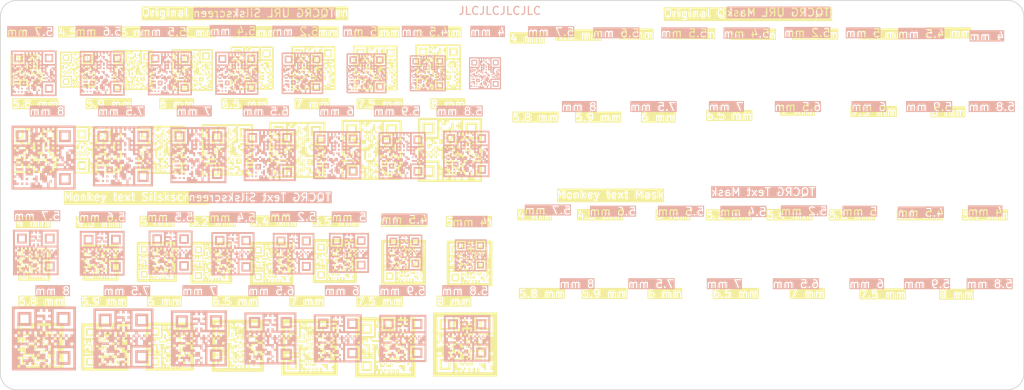
<source format=kicad_pcb>
(kicad_pcb (version 20221018) (generator pcbnew)
  (layers (0 "F.Cu" signal) (31 "B.Cu" signal) (34 "B.Paste" user) (35 "F.Paste" user) (36 "B.SilkS" user "B.Silkscreen") (37 "F.SilkS" user "F.Silkscreen") (38 "B.Mask" user) (39 "F.Mask" user) (44 "Edge.Cuts" user))
  (net 0 "")
  (footprint "LOGO" (layer "F.Cu") (at 76.454 75.7428)
    (fp_text reference "G***" hide)
    (fp_text value "LOGO" hide)
  )
  (footprint "LOGO" (layer "F.Cu") (at 123.4948 62.5348)
    (fp_text reference "G***" hide)
    (fp_text value "LOGO" hide)
  )
  (footprint "LOGO" (layer "F.Cu") (at 175.3108 62.6872)
    (fp_text reference "G***" hide)
    (fp_text value "LOGO" hide)
  )
  (footprint "LOGO" (layer "F.Cu") (at 69.082437 61.7728)
    (fp_text reference "G***" hide)
    (fp_text value "LOGO" hide)
  )
  (footprint "LOGO" (layer "F.Cu") (at 95.982816 51.562)
    (fp_text reference "G***" hide)
    (fp_text value "LOGO" hide)
  )
  (footprint "LOGO" (layer "F.Cu") (at 88.345579 51.562)
    (fp_text reference "G***" hide)
    (fp_text value "LOGO" hide)
  )
  (footprint "LOGO" (layer "F.Cu") (at 140.2588 85.4964)
    (fp_text reference "G***" hide)
    (fp_text value "LOGO" hide)
  )
  (footprint "LOGO" (layer "F.Cu") (at 128.9304 52.324)
    (fp_text reference "G***" hide)
    (fp_text value "LOGO" hide)
  )
  (footprint "LOGO" (layer "F.Cu") (at 61.920693 86.2584)
    (fp_text reference "G***" hide)
    (fp_text value "LOGO" hide)
  )
  (footprint "LOGO" (layer "F.Cu") (at 86.5632 86.2076)
    (fp_text reference "G***" hide)
    (fp_text value "LOGO" hide)
  )
  (footprint "LOGO" (layer "F.Cu") (at 124.5616 85.4456)
    (fp_text reference "G***" hide)
    (fp_text value "LOGO" hide)
  )
  (footprint "LOGO" (layer "F.Cu") (at 140.6144 74.8792)
    (fp_text reference "G***" hide)
    (fp_text value "LOGO" hide)
  )
  (footprint "LOGO" (layer "F.Cu") (at 177.3936 85.4456)
    (fp_text reference "G***" hide)
    (fp_text value "LOGO" hide)
  )
  (footprint "LOGO" (layer "F.Cu") (at 167.1828 85.598)
    (fp_text reference "G***" hide)
    (fp_text value "LOGO" hide)
  )
  (footprint "LOGO" (layer "F.Cu") (at 83.2612 75.8444)
    (fp_text reference "G***" hide)
    (fp_text value "LOGO" hide)
  )
  (footprint "LOGO" (layer "F.Cu") (at 85.270366 61.7728)
    (fp_text reference "G***" hide)
    (fp_text value "LOGO" hide)
  )
  (footprint "LOGO" (layer "F.Cu") (at 165.5572 62.484)
    (fp_text reference "G***" hide)
    (fp_text value "LOGO" hide)
  )
  (footprint "LOGO" (layer "F.Cu") (at 162.814 74.7776)
    (fp_text reference "G***" hide)
    (fp_text value "LOGO" hide)
  )
  (footprint "LOGO" (layer "F.Cu") (at 107.2388 75.7936)
    (fp_text reference "G***" hide)
    (fp_text value "LOGO" hide)
  )
  (footprint "LOGO" (layer "F.Cu") (at 90.7796 75.946)
    (fp_text reference "G***" hide)
    (fp_text value "LOGO" hide)
  )
  (footprint "LOGO" (layer "F.Cu") (at 156.3116 62.2808)
    (fp_text reference "G***" hide)
    (fp_text value "LOGO" hide)
  )
  (footprint "LOGO" (layer "F.Cu") (at 104.957922 86.4108)
    (fp_text reference "G***" hide)
    (fp_text value "LOGO" hide)
  )
  (footprint "LOGO" (layer "F.Cu") (at 148.9964 85.3948)
    (fp_text reference "G***" hide)
    (fp_text value "LOGO" hide)
  )
  (footprint "LOGO" (layer "F.Cu") (at 61.214 61.7728)
    (fp_text reference "G***" hide)
    (fp_text value "LOGO" hide)
  )
  (footprint "LOGO" (layer "F.Cu") (at 131.2164 62.5856)
    (fp_text reference "G***" hide)
    (fp_text value "LOGO" hide)
  )
  (footprint "LOGO" (layer "F.Cu") (at 158.5976 52.3748)
    (fp_text reference "G***" hide)
    (fp_text value "LOGO" hide)
  )
  (footprint "LOGO" (layer "F.Cu") (at 60.198 51.816)
    (fp_text reference "G***" hide)
    (fp_text value "LOGO" hide)
  )
  (footprint "LOGO" (layer "F.Cu") (at 78.115475 86.3092)
    (fp_text reference "G***" hide)
    (fp_text value "LOGO" hide)
  )
  (footprint "LOGO" (layer "F.Cu") (at 61.1632 76.0984)
    (fp_text reference "G***" hide)
    (fp_text value "LOGO" hide)
  )
  (footprint "LOGO" (layer "F.Cu") (at 80.858171 51.816)
    (fp_text reference "G***" hide)
    (fp_text value "LOGO" hide)
  )
  (footprint "LOGO" (layer "F.Cu") (at 73.571284 51.816)
    (fp_text reference "G***" hide)
    (fp_text value "LOGO" hide)
  )
  (footprint "LOGO" (layer "F.Cu") (at 166.624 52.3748)
    (fp_text reference "G***" hide)
    (fp_text value "LOGO" hide)
  )
  (footprint "LOGO" (layer "F.Cu") (at 115.4684 75.946)
    (fp_text reference "G***" hide)
    (fp_text value "LOGO" hide)
  )
  (footprint "LOGO" (layer "F.Cu") (at 111.5568 51.4604)
    (fp_text reference "G***" hide)
    (fp_text value "LOGO" hide)
  )
  (footprint "LOGO" (layer "F.Cu") (at 95.510637 86.4108)
    (fp_text reference "G***" hide)
    (fp_text value "LOGO" hide)
  )
  (footprint "LOGO" (layer "F.Cu") (at 66.634638 51.7652)
    (fp_text reference "G***" hide)
    (fp_text value "LOGO" hide)
  )
  (footprint "LOGO" (layer "F.Cu") (at 147.4216 74.9808)
    (fp_text reference "G***" hide)
    (fp_text value "LOGO" hide)
  )
  (footprint "LOGO" (layer "F.Cu") (at 142.9512 52.6288)
    (fp_text reference "G***" hide)
    (fp_text value "LOGO" hide)
  )
  (footprint "LOGO" (layer "F.Cu") (at 179.6796 74.8284)
    (fp_text reference "G***" hide)
    (fp_text value "LOGO" hide)
  )
  (footprint "LOGO" (layer "F.Cu") (at 171.3992 74.8792)
    (fp_text reference "G***" hide)
    (fp_text value "LOGO" hide)
  )
  (footprint "LOGO" (layer "F.Cu") (at 154.94 75.0824)
    (fp_text reference "G***" hide)
    (fp_text value "LOGO" hide)
  )
  (footprint "LOGO" (layer "F.Cu") (at 93.990277 61.7728)
    (fp_text reference "G***" hide)
    (fp_text value "LOGO" hide)
  )
  (footprint "LOGO" (layer "F.Cu") (at 114.905093 86.0552)
    (fp_text reference "G***" hide)
    (fp_text value "LOGO" hide)
  )
  (footprint "LOGO" (layer "F.Cu") (at 77.051039 61.7728)
    (fp_text reference "G***" hide)
    (fp_text value "LOGO" hide)
  )
  (footprint "LOGO" (layer "F.Cu") (at 158.0388 85.598)
    (fp_text reference "G***" hide)
    (fp_text value "LOGO" hide)
  )
  (footprint "LOGO" (layer "F.Cu") (at 113.03 61.7728)
    (fp_text reference "G***" hide)
    (fp_text value "LOGO" hide)
  )
  (footprint "LOGO" (layer "F.Cu") (at 103.71988 51.562)
    (fp_text reference "G***" hide)
    (fp_text value "LOGO" hide)
  )
  (footprint "LOGO" (layer "F.Cu") (at 147.7264 62.5856)
    (fp_text reference "G***" hide)
    (fp_text value "LOGO" hide)
  )
  (footprint "LOGO" (layer "F.Cu") (at 98.6536 75.6412)
    (fp_text reference "G***" hide)
    (fp_text value "LOGO" hide)
  )
  (footprint "LOGO" (layer "F.Cu") (at 103.260229 61.7728)
    (fp_text reference "G***" hide)
    (fp_text value "LOGO" hide)
  )
  (footprint "LOGO" (layer "F.Cu") (at 122.6312 52.3748)
    (fp_text reference "G***" hide)
    (fp_text value "LOGO" hide)
  )
  (footprint "LOGO" (layer "F.Cu") (at 132.7912 85.5472)
    (fp_text reference "G***" hide)
    (fp_text value "LOGO" hide)
  )
  (footprint "LOGO" (layer "F.Cu") (at 131.7752 74.8284)
    (fp_text reference "G***" hide)
    (fp_text value "LOGO" hide)
  )
  (footprint "LOGO" (layer "F.Cu") (at 150.6728 52.3748)
    (fp_text reference "G***" hide)
    (fp_text value "LOGO" hide)
  )
  (footprint "LOGO" (layer "F.Cu") (at 138.9888 62.5856)
    (fp_text reference "G***" hide)
    (fp_text value "LOGO" hide)
  )
  (footprint "LOGO" (layer "F.Cu") (at 136.0424 52.6288)
    (fp_text reference "G***" hide)
    (fp_text value "LOGO" hide)
  )
  (footprint "LOGO" (layer "F.Cu") (at 123.4948 75.0824)
    (fp_text reference "G***" hide)
    (fp_text value "LOGO" hide)
  )
  (footprint "LOGO" (layer "F.Cu") (at 69.4436 75.8444)
    (fp_text reference "G***" hide)
    (fp_text value "LOGO" hide)
  )
  (footprint "LOGO" (layer "F.Cu") (at 69.96788 86.36)
    (fp_text reference "G***" hide)
    (fp_text value "LOGO" hide)
  )
  (footprint "LOGO" (layer "F.Cu") (at 175.006 52.2732)
    (fp_text reference "G***" hide)
    (fp_text value "LOGO" hide)
  )
  (footprint "LOGO" (layer "B.Cu") (at 147.0152 61.8744 180)
    (fp_text reference "G***" hide)
    (fp_text value "LOGO" hide)
  )
  (footprint "LOGO" (layer "B.Cu") (at 149.7076 74.0156 180)
    (fp_text reference "G***" hide)
    (fp_text value "LOGO" hide)
  )
  (footprint "LOGO" (layer "B.Cu") (at 117.3988 52.2224 180)
    (fp_text reference "G***" hide)
    (fp_text value "LOGO" hide)
  )
  (footprint "LOGO" (layer "B.Cu") (at 150.0124 51.6636 180)
    (fp_text reference "G***" hide)
    (fp_text value "LOGO" hide)
  )
  (footprint "LOGO" (layer "B.Cu") (at 78.094267 52.2224 180)
    (fp_text reference "G***" hide)
    (fp_text value "LOGO" hide)
  )
  (footprint "LOGO" (layer "B.Cu") (at 90.622626 85.2932 180)
    (fp_text reference "G***" hide)
    (fp_text value "LOGO" hide)
  )
  (footprint "LOGO" (layer "B.Cu") (at 171.8056 73.7108 180)
    (fp_text reference "G***" hide)
    (fp_text value "LOGO" hide)
  )
  (footprint "LOGO" (layer "B.Cu") (at 90.54843 62.4332 180)
    (fp_text reference "G***" hide)
    (fp_text value "LOGO" hide)
  )
  (footprint "LOGO" (layer "B.Cu") (at 141.9352 73.8632 180)
    (fp_text reference "G***" hide)
    (fp_text value "LOGO" hide)
  )
  (footprint "LOGO" (layer "B.Cu") (at 157.5308 51.562 180)
    (fp_text reference "G***" hide)
    (fp_text value "LOGO" hide)
  )
  (footprint "LOGO" (layer "B.Cu") (at 85.9536 74.7268 180)
    (fp_text reference "G***" hide)
    (fp_text value "LOGO" hide)
  )
  (footprint "LOGO" (layer "B.Cu") (at 69.6468 74.676 180)
    (fp_text reference "G***" hide)
    (fp_text value "LOGO" hide)
  )
  (footprint "LOGO" (layer "B.Cu") (at 94.626798 52.2224 180)
    (fp_text reference "G***" hide)
    (fp_text value "LOGO" hide)
  )
  (footprint "LOGO" (layer "B.Cu") (at 127.8128 85.09 180)
    (fp_text reference "G***" hide)
    (fp_text value "LOGO" hide)
  )
  (footprint "LOGO" (layer "B.Cu") (at 110.258217 52.2224 180)
    (fp_text reference "G***" hide)
    (fp_text value "LOGO" hide)
  )
  (footprint "LOGO" (layer "B.Cu") (at 69.65326 52.2224 180)
    (fp_text reference "G***" hide)
    (fp_text value "LOGO" hide)
  )
  (footprint "LOGO" (layer "B.Cu") (at 61.1124 52.2224 180)
    (fp_text reference "G***" hide)
    (fp_text value "LOGO" hide)
  )
  (footprint "LOGO" (layer "B.Cu") (at 180.0352 51.4604 180)
    (fp_text reference "G***" hide)
    (fp_text value "LOGO" hide)
  )
  (footprint "LOGO" (layer "B.Cu") (at 125.1204 73.8632 180)
    (fp_text reference "G***" hide)
    (fp_text value "LOGO" hide)
  )
  (footprint "LOGO" (layer "B.Cu") (at 107.3404 74.5744 180)
    (fp_text reference "G***" hide)
    (fp_text value "LOGO" hide)
  )
  (footprint "LOGO" (layer "B.Cu") (at 156.2608 84.7344 180)
    (fp_text reference "G***" hide)
    (fp_text value "LOGO" hide)
  )
  (footprint "LOGO" (layer "B.Cu") (at 115.1636 85.2932 180)
    (fp_text reference "G***" hide)
    (fp_text value "LOGO" hide)
  )
  (footprint "LOGO" (layer "B.Cu") (at 164.592 61.8744 180)
    (fp_text reference "G***" hide)
    (fp_text value "LOGO" hide)
  )
  (footprint "LOGO" (layer "B.Cu") (at 164.592 51.562 180)
    (fp_text reference "G***" hide)
    (fp_text value "LOGO" hide)
  )
  (footprint "LOGO" (layer "B.Cu") (at 180.086 74.0664 180)
    (fp_text reference "G***" hide)
    (fp_text value "LOGO" hide)
  )
  (footprint "LOGO" (layer "B.Cu") (at 115.062 62.2808 180)
    (fp_text reference "G***" hide)
    (fp_text value "LOGO" hide)
  )
  (footprint "LOGO" (layer "B.Cu") (at 179.7304 61.722 180)
    (fp_text reference "G***" hide)
    (fp_text value "LOGO" hide)
  )
  (footprint "LOGO" (layer "B.Cu") (at 98.953157 62.4332 180)
    (fp_text reference "G***" hide)
    (fp_text value "LOGO" hide)
  )
  (footprint "LOGO" (layer "B.Cu") (at 147.5232 84.9884 180)
    (fp_text reference "G***" hide)
    (fp_text value "LOGO" hide)
  )
  (footprint "LOGO" (layer "B.Cu") (at 125.5776 52.1716 180)
    (fp_text reference "G***" hide)
    (fp_text value "LOGO" hide)
  )
  (footprint "LOGO" (layer "B.Cu") (at 100.4316 74.6252 180)
    (fp_text reference "G***" hide)
    (fp_text value "LOGO" hide)
  )
  (footprint "LOGO" (layer "B.Cu") (at 78.1812 74.5744 180)
    (fp_text reference "G***" hide)
    (fp_text value "LOGO" hide)
  )
  (footprint "LOGO" (layer "B.Cu") (at 133.7564 51.8668 180)
    (fp_text reference "G***" hide)
    (fp_text value "LOGO" hide)
  )
  (footprint "LOGO" (layer "B.Cu") (at 62.3824 85.2932 180)
    (fp_text reference "G***" hide)
    (fp_text value "LOGO" hide)
  )
  (footprint "LOGO" (layer "B.Cu") (at 86.435447 52.2224 180)
    (fp_text reference "G***" hide)
    (fp_text value "LOGO" hide)
  )
  (footprint "LOGO" (layer "B.Cu") (at 137.5156 62.0268 180)
    (fp_text reference "G***" hide)
    (fp_text value "LOGO" hide)
  )
  (footprint "LOGO" (layer "B.Cu") (at 81.709126 85.2932 180)
    (fp_text reference "G***" hide)
    (fp_text value "LOGO" hide)
  )
  (footprint "LOGO" (layer "B.Cu") (at 164.1856 73.914 180)
    (fp_text reference "G***" hide)
    (fp_text value "LOGO" hide)
  )
  (footprint "LOGO" (layer "B.Cu") (at 155.956 61.8744 180)
    (fp_text reference "G***" hide)
    (fp_text value "LOGO" hide)
  )
  (footprint "LOGO" (layer "B.Cu") (at 81.643119 62.4332 180)
    (fp_text reference "G***" hide)
    (fp_text value "LOGO" hide)
  )
  (footprint "LOGO" (layer "B.Cu") (at 142.1384 51.6128 180)
    (fp_text reference "G***" hide)
    (fp_text value "LOGO" hide)
  )
  (footprint "LOGO" (layer "B.Cu") (at 72.295771 85.2932 180)
    (fp_text reference "G***" hide)
    (fp_text value "LOGO" hide)
  )
  (footprint "LOGO" (layer "B.Cu") (at 172.5676 84.328 180)
    (fp_text reference "G***" hide)
    (fp_text value "LOGO" hide)
  )
  (footprint "LOGO" (layer "B.Cu") (at 62.3316 62.738 180)
    (fp_text reference "G***" hide)
    (fp_text value "LOGO" hide)
  )
  (footprint "LOGO" (layer "B.Cu") (at 164.846 84.4296 180)
    (fp_text reference "G***" hide)
    (fp_text value "LOGO" hide)
  )
  (footprint "LOGO" (layer "B.Cu") (at 133.4008 73.9648 180)
    (fp_text reference "G***" hide)
    (fp_text value "LOGO" hide)
  )
  (footprint "LOGO" (layer "B.Cu") (at 157.2768 74.0156 180)
    (fp_text reference "G***" hide)
    (fp_text value "LOGO" hide)
  )
  (footprint "LOGO" (layer "B.Cu") (at 138.5316 85.1916 180)
    (fp_text reference "G***" hide)
    (fp_text value "LOGO" hide)
  )
  (footprint "LOGO" (layer "B.Cu") (at 107.149619 85.2932 180)
    (fp_text reference "G***" hide)
    (fp_text value "LOGO" hide)
  )
  (footprint "LOGO" (layer "B.Cu") (at 172.0088 61.9252 180)
    (fp_text reference "G***" hide)
    (fp_text value "LOGO" hide)
  )
  (footprint "LOGO" (layer "B.Cu") (at 72.237267 62.5856 180)
    (fp_text reference "G***" hide)
    (fp_text value "LOGO" hide)
  )
  (footprint "LOGO" (layer "B.Cu") (at 107.057659 62.484 180)
    (fp_text reference "G***" hide)
    (fp_text value "LOGO" hide)
  )
  (footprint "LOGO" (layer "B.Cu") (at 99.03611 85.2932 180)
    (fp_text reference "G***" hide)
    (fp_text value "LOGO" hide)
  )
  (footprint "LOGO" (layer "B.Cu") (at 171.7548 51.4604 180)
    (fp_text reference "G***" hide)
    (fp_text value "LOGO" hide)
  )
  (footprint "LOGO" (layer "B.Cu") (at 180.594 84.1248 180)
    (fp_text reference "G***" hide)
    (fp_text value "LOGO" hide)
  )
  (footprint "LOGO" (layer "B.Cu") (at 115.6208 74.93 180)
    (fp_text reference "G***" hide)
    (fp_text value "LOGO" hide)
  )
  (footprint "LOGO" (layer "B.Cu") (at 93.5228 74.7268 180)
    (fp_text reference "G***" hide)
    (fp_text value "LOGO" hide)
  )
  (footprint "LOGO" (layer "B.Cu") (at 102.617628 52.2224 180)
    (fp_text reference "G***" hide)
    (fp_text value "LOGO" hide)
  )
  (footprint "LOGO" (layer "B.Cu") (at 127 62.1792 180)
    (fp_text reference "G***" hide)
    (fp_text value "LOGO" hide)
  )
  (footprint "LOGO" (layer "B.Cu") (at 61.3664 74.5744 180)
    (fp_text reference "G***" hide)
    (fp_text value "LOGO" hide)
  )
  (gr_arc (start 182.6072 43.1292) (mid 184.021414 43.714986) (end 184.6072 45.1292) (stroke (width 0.1)) (layer "Edge.Cuts"))
  (gr_arc (start 184.6072 89.694) (mid 184.021414 91.108214) (end 182.6072 91.694) (stroke (width 0.1)) (layer "Edge.Cuts"))
  (gr_line (start 184.6072 45.1292) (end 184.6072 89.694) (stroke (width 0.1)) (layer "Edge.Cuts"))
  (gr_arc (start 58.9468 91.694) (mid 57.532586 91.108214) (end 56.9468 89.694) (stroke (width 0.1)) (layer "Edge.Cuts"))
  (gr_arc (start 56.9468 45.1292) (mid 57.532586 43.714986) (end 58.9468 43.1292) (stroke (width 0.1)) (layer "Edge.Cuts"))
  (gr_line (start 56.9468 89.694) (end 56.9468 45.1292) (stroke (width 0.1)) (layer "Edge.Cuts"))
  (gr_line (start 58.9468 43.1292) (end 182.6072 43.1292) (stroke (width 0.1)) (layer "Edge.Cuts"))
  (gr_line (start 182.6072 91.694) (end 58.9468 91.694) (stroke (width 0.1)) (layer "Edge.Cuts"))
  (gr_text "5.4 mm" (at 88.9 47.5488) (layer "B.SilkS" knockout) (effects (font (size 1 1) (thickness 0.153)) (justify left bottom mirror)))
  (gr_text "5.9 mm" (at 109.394459 57.5564) (layer "B.SilkS" knockout) (effects (font (size 1 1) (thickness 0.153)) (justify left bottom mirror)))
  (gr_text "7 mm" (at 84.074 79.9592) (layer "B.SilkS" knockout) (effects (font (size 1 1) (thickness 0.153)) (justify left bottom mirror)))
  (gr_text "4.5 mm" (at 112.8776 47.6504) (layer "B.SilkS" knockout) (effects (font (size 1 1) (thickness 0.153)) (justify left bottom mirror)))
  (gr_text "5.5 mm" (at 81.1276 70.7644) (layer "B.SilkS" knockout) (effects (font (size 1 1) (thickness 0.153)) (justify left bottom mirror)))
  (gr_text "4 mm" (at 119.9896 47.6504) (layer "B.SilkS" knockout) (effects (font (size 1 1) (thickness 0.153)) (justify left bottom mirror)))
  (gr_text "5.8 mm" (at 117.217659 57.5564) (layer "B.SilkS" knockout) (effects (font (size 1 1) (thickness 0.153)) (justify left bottom mirror)))
  (gr_text "5.8 mm" (at 183.3372 79.0956) (layer "B.SilkS" knockout) (effects (font (size 1 1) (thickness 0.153)) (justify left bottom mirror)))
  (gr_text "7.5 mm" (at 75.692 79.9592) (layer "B.SilkS" knockout) (effects (font (size 1 1) (thickness 0.153)) (justify left bottom mirror)))
  (gr_text "7 mm" (at 149.5044 79.0956) (layer "B.SilkS" knockout) (effects (font (size 1 1) (thickness 0.153)) (justify left bottom mirror)))
  (gr_text "6 mm" (at 167.542314 56.9976) (layer "B.SilkS" knockout) (effects (font (size 1 1) (thickness 0.153)) (justify left bottom mirror)))
  (gr_text "7 mm" (at 83.384859 57.5564) (layer "B.SilkS" knockout) (effects (font (size 1 1) (thickness 0.153)) (justify left bottom mirror)))
  (gr_text "6 mm" (at 167.2844 79.0956) (layer "B.SilkS" knockout) (effects (font (size 1 1) (thickness 0.153)) (justify left bottom mirror)))
  (gr_text "6.5 mm" (at 93.726 79.9592) (layer "B.SilkS" knockout) (effects (font (size 1 1) (thickness 0.153)) (justify left bottom mirror)))
  (gr_text "8 mm" (at 65.7352 79.9592) (layer "B.SilkS" knockout) (effects (font (size 1 1) (thickness 0.153)) (justify left bottom mirror)))
  (gr_text "5.9 mm" (at 175.771914 56.9976) (layer "B.SilkS" knockout) (effects (font (size 1 1) (thickness 0.153)) (justify left bottom mirror)))
  (gr_text "JLCJLCJLCJLC" (at 113.9952 45.0088) (layer "B.SilkS") (effects (font (size 1 1) (thickness 0.153)) (justify left bottom)))
  (gr_text "TQCRG Text Silskscreen" (at 98.298 68.2752) (layer "B.SilkS" knockout) (effects (font (size 1 1) (thickness 0.153)) (justify left bottom mirror)))
  (gr_text "6.5 mm" (at 159.414314 56.9976) (layer "B.SilkS" knockout) (effects (font (size 1 1) (thickness 0.153)) (justify left bottom mirror)))
  (gr_text "5.5 mm" (at 144.8308 70.0532) (layer "B.SilkS" knockout) (effects (font (size 1 1) (thickness 0.153)) (justify left bottom mirror)))
  (gr_text "5 mm" (at 104.0892 47.5996) (layer "B.SilkS" knockout) (effects (font (size 1 1) (thickness 0.153)) (justify left bottom mirror)))
  (gr_text "5.8 mm" (at 117.9068 79.9592) (layer "B.SilkS" knockout) (effects (font (size 1 1) (thickness 0.153)) (justify left bottom mirror)))
  (gr_text "8 mm" (at 131.423514 56.9976) (layer "B.SilkS" knockout) (effects (font (size 1 1) (thickness 0.153)) (justify left bottom mirror)))
  (gr_text "5.6 mm" (at 136.7536 47.8028) (layer "B.SilkS" knockout) (effects (font (size 1 1) (thickness 0.153)) (justify left bottom mirror)))
  (gr_text "4.5 mm" (at 174.8028 47.9044) (layer "B.SilkS" knockout) (effects (font (size 1 1) (thickness 0.153)) (justify left bottom mirror)))
  (gr_text "4 mm" (at 182.2704 48.2092) (layer "B.SilkS" knockout) (effects (font (size 1 1) (thickness 0.153)) (justify left bottom mirror)))
  (gr_text "5.6 mm" (at 72.644 70.7644) (layer "B.SilkS" knockout) (effects (font (size 1 1) (thickness 0.153)) (justify left bottom mirror)))
  (gr_text "5.2 mm" (at 96.7232 47.5996) (layer "B.SilkS" knockout) (effects (font (size 1 1) (thickness 0.153)) (justify left bottom mirror)))
  (gr_text "5.2 mm" (at 96.4692 70.7136) (layer "B.SilkS" knockout) (effects (font (size 1 1) (thickness 0.153)) (justify left bottom mirror)))
  (gr_text "4.5 mm" (at 110.3376 71.0692) (layer "B.SilkS" knockout) (effects (font (size 1 1) (thickness 0.153)) (justify left bottom mirror)))
  (gr_text "8 mm" (at 65.046059 57.5564) (layer "B.SilkS" knockout) (effects (font (size 1 1) (thickness 0.153)) (justify left bottom mirror)))
  (gr_text "5.7 mm" (at 64.516 70.612) (layer "B.SilkS" knockout) (effects (font (size 1 1) (thickness 0.153)) (justify left bottom mirror)))
  (gr_text "5 mm" (at 102.7176 70.7644) (layer "B.SilkS" knockout) (effects (font (size 1 1) (thickness 0.153)) (justify left bottom mirror)))
  (gr_text "7.5 mm" (at 141.380314 56.9976) (layer "B.SilkS" knockout) (effects (font (size 1 1) (thickness 0.153)) (justify left bottom mirror)))
  (gr_text "5.8 mm" (at 183.595114 56.9976) (layer "B.SilkS" knockout) (effects (font (size 1 1) (thickness 0.153)) (justify left bottom mirror)))
  (gr_text "5.4 mm" (at 153.0096 47.8536) (layer "B.SilkS" knockout) (effects (font (size 1 1) (thickness 0.153)) (justify left bottom mirror)))
  (gr_text "7.5 mm" (at 75.002859 57.5564) (layer "B.SilkS" knockout) (effects (font (size 1 1) (thickness 0.153)) (justify left bottom mirror)))
  (gr_text "5.7 mm" (at 128.6256 47.6504) (layer "B.SilkS" knockout) (effects (font (size 1 1) (thickness 0.153)) (justify left bottom mirror)))
  (gr_text "TQCRG Text Mask" (at 158.6992 67.6148) (layer "B.SilkS" knockout) (effects (font (size 1 1) (thickness 0.153)) (justify left bottom mirror)))
  (gr_text "5.9 mm" (at 175.514 79.0956) (layer "B.SilkS" knockout) (effects (font (size 1 1) (thickness 0.153)) (justify left bottom mirror)))
  (gr_text "6 mm" (at 101.854 79.9592) (layer "B.SilkS" knockout) (effects (font (size 1 1) (thickness 0.153)) (justify left bottom mirror)))
  (gr_text "TQCRG URL Mask" (at 160.4772 45.212) (layer "B.SilkS" knockout) (effects (font (size 1 1) (thickness 0.153)) (justify left bottom mirror)))
  (gr_text "5.2 mm" (at 160.5788 47.752) (layer "B.SilkS" knockout) (effects (font (size 1 1) (thickness 0.153)) (justify left bottom mirror)))
  (gr_text "5.5 mm" (at 145.2372 47.8028) (layer "B.SilkS" knockout) (effects (font (size 1 1) (thickness 0.153)) (justify left bottom mirror)))
  (gr_text "5.4 mm" (at 152.6032 70.104) (layer "B.SilkS" knockout) (effects (font (size 1 1) (thickness 0.153)) (justify left bottom mirror)))
  (gr_text "6.5 mm" (at 93.036859 57.5564) (layer "B.SilkS" knockout) (effects (font (size 1 1) (thickness 0.153)) (justify left bottom mirror)))
  (gr_text "5.9 mm" (at 110.0836 79.9592) (layer "B.SilkS" knockout) (effects (font (size 1 1) (thickness 0.153)) (justify left bottom mirror)))
  (gr_text "5.6 mm" (at 136.3472 70.0532) (layer "B.SilkS" knockout) (effects (font (size 1 1) (thickness 0.153)) (justify left bottom mirror)))
  (gr_text "5 mm" (at 166.8272 47.8028) (layer "B.SilkS" knockout) (effects (font (size 1 1) (thickness 0.153)) (justify left bottom mirror)))
  (gr_text "4 mm" (at 117.8052 71.374) (layer "B.SilkS" knockout) (effects (font (size 1 1) (thickness 0.153)) (justify left bottom mirror)))
  (gr_text "7 mm" (at 149.762314 56.9976) (layer "B.SilkS" knockout) (effects (font (size 1 1) (thickness 0.153)) (justify left bottom mirror)))
  (gr_text "8 mm" (at 131.1656 79.0956) (layer "B.SilkS" knockout) (effects (font (size 1 1) (thickness 0.153)) (justify left bottom mirror)))
  (gr_text "6.5 mm" (at 159.1564 79.0956) (layer "B.SilkS" knockout) (effects (font (size 1 1) (thickness 0.153)) (justify left bottom mirror)))
  (gr_text "5 mm" (at 166.4208 70.0532) (layer "B.SilkS" knockout) (effects (font (size 1 1) (thickness 0.153)) (justify left bottom mirror)))
  (gr_text "4 mm" (at 182.0672 70.0532) (layer "B.SilkS" knockout) (effects (font (size 1 1) (thickness 0.153)) (justify left bottom mirror)))
  (gr_text "5.2 mm" (at 160.1724 70.0024) (layer "B.SilkS" knockout) (effects (font (size 1 1) (thickness 0.153)) (justify left bottom mirror)))
  (gr_text "5.7 mm" (at 128.2192 69.9008) (layer "B.SilkS" knockout) (effects (font (size 1 1) (thickness 0.153)) (justify left bottom mirror)))
  (gr_text "5.6 mm" (at 72.1868 47.5996) (layer "B.SilkS" knockout) (effects (font (size 1 1) (thickness 0.153)) (justify left bottom mirror)))
  (gr_text "6 mm" (at 101.164859 57.5564) (layer "B.SilkS" knockout) (effects (font (size 1 1) (thickness 0.153)) (justify left bottom mirror)))
  (gr_text "5.5 mm" (at 80.264 47.6504) (layer "B.SilkS" knockout) (effects (font (size 1 1) (thickness 0.153)) (justify left bottom mirror)))
  (gr_text "5.4 mm" (at 88.9 70.8152) (layer "B.SilkS" knockout) (effects (font (size 1 1) (thickness 0.153)) (justify left bottom mirror)))
  (gr_text "5.7 mm" (at 63.6524 47.6504) (layer "B.SilkS" knockout) (effects (font (size 1 1) (thickness 0.153)) (justify left bottom mirror)))
  (gr_text "7.5 mm" (at 141.1224 79.0956) (layer "B.SilkS" knockout) (effects (font (size 1 1) (thickness 0.153)) (justify left bottom mirror)))
  (gr_text "TQCRG URL Silskscreen" (at 98.7552 45.3136) (layer "B.SilkS" knockout) (effects (font (size 1 1) (thickness 0.153)) (justify left bottom mirror)))
  (gr_text "4.5 mm" (at 174.752 70.2056) (layer "B.SilkS" knockout) (effects (font (size 1 1) (thickness 0.153)) (justify left bottom mirror)))
  (gr_text "6.5 mm" (at 144.8816 58.1152) (layer "F.SilkS" knockout) (effects (font (size 1 1) (thickness 0.153)) (justify left bottom)))
  (gr_text "Original QR_code URL Silskscreen" (at 74.4728 45.212) (layer "F.SilkS" knockout) (effects (font (size 1 1) (thickness 0.153)) (justify left bottom)))
  (gr_text "7 mm" (at 93.575657 56.642) (layer "F.SilkS" knockout) (effects (font (size 1 1) (thickness 0.153)) (justify left bottom)))
  (gr_text "4.5 mm" (at 66.2432 71.4756) (layer "F.SilkS" knockout) (effects (font (size 1 1) (thickness 0.153)) (justify left bottom)))
  (gr_text "5.2 mm" (at 144.8308 70.5104) (layer "F.SilkS" knockout) (effects (font (size 1 1) (thickness 0.153)) (justify left bottom)))
  (gr_text "5.9 mm" (at 129.3368 80.3148) (layer "F.SilkS" knockout) (effects (font (size 1 1) (thickness 0.153)) (justify left bottom)))
  (gr_text "6 mm" (at 76.661314 56.642) (layer "F.SilkS" knockout) (effects (font (size 1 1) (thickness 0.153)) (justify left bottom)))
  (gr_text "5.7 mm" (at 108.6104 47.7012) (layer "F.SilkS" knockout) (effects (font (size 1 1) (thickness 0.153)) (justify left bottom)))
  (gr_text "5.4 mm" (at 88.0364 71.3232) (layer "F.SilkS" knockout) (effects (font (size 1 1) (thickness 0.153)) (justify left bottom)))
  (gr_text "7 mm" (at 92.9132 81.28) (layer "F.SilkS" knockout) (effects (font (size 1 1) (thickness 0.153)) (justify left bottom)))
  (gr_text "4 mm" (at 121.3104 70.5104) (layer "F.SilkS" knockout) (effects (font (size 1 1) (thickness 0.153)) (justify left bottom)))
  (gr_text "6 mm" (at 137.5664 80.3148) (layer "F.SilkS" knockout) (effects (font (size 1 1) (thickness 0.153)) (justify left bottom)))
  (gr_text "5.9 mm" (at 128.524 58.3184) (layer "F.SilkS" knockout) (effects (font (size 1 1) (thickness 0.153)) (justify left bottom)))
  (gr_text "5.4 mm" (at 85.614482 47.7012) (layer "F.SilkS" knockout) (effects (font (size 1 1) (thickness 0.153)) (justify left bottom)))
  (gr_text "5.7 mm" (at 172.212 47.8028) (layer "F.SilkS" knockout) (effects (font (size 1 1) (thickness 0.153)) (justify left bottom)))
  (gr_text "5.7 mm" (at 176.784 70.5104) (layer "F.SilkS" knockout) (effects (font (size 1 1) (thickness 0.153)) (justify left bottom)))
  (gr_text "7.5 mm" (at 162.9156 57.6072) (layer "F.SilkS" knockout) (effects (font (size 1 1) (thickness 0.153)) (justify left bottom)))
  (gr_text "4.5 mm" (at 126.0856 48.1076) (layer "F.SilkS" knockout) (effects (font (size 1 1) (thickness 0.153)) (justify left bottom)))
  (gr_text "7.5 mm" (at 101.318543 56.642) (layer "F.SilkS" knockout) (effects (font (size 1 1) (thickness 0.153)) (justify left bottom)))
  (gr_text "5.4 mm" (at 147.828 48.006) (layer "F.SilkS" knockout) (effects (font (size 1 1) (thickness 0.153)) (justify left bottom)))
  (gr_text "5 mm" (at 74.2188 71.3232) (layer "F.SilkS" knockout) (effects (font (size 1 1) (thickness 0.153)) (justify left bottom)))
  (gr_text "4 mm" (at 58.7756 71.4756) (layer "F.SilkS" knockout) (effects (font (size 1 1) (thickness 0.153)) (justify left bottom)))
  (gr_text "Monkey text Silskscreen" (at 64.7192 68.2244) (layer "F.SilkS" knockout) (effects (font (size 1 1) (thickness 0.153)) (justify left bottom)))
  (gr_text "5.6 mm" (at 100.945094 47.7012) (layer "F.SilkS" knockout) (effects (font (size 1 1) (thickness 0.153)) (justify left bottom)))
  (gr_text "4.5 mm" (at 64.047135 47.7012) (layer "F.SilkS" knockout) (effects (font (size 1 1) (thickness 0.153)) (justify left bottom)))
  (gr_text "6.5 mm" (at 145.6944 80.3148) (layer "F.SilkS" knockout) (effects (font (size 1 1) (thickness 0.153)) (justify left bottom)))
  (gr_text "6.5 mm" (at 83.2612 81.28) (layer "F.SilkS" knockout) (effects (font (size 1 1) (thickness 0.153)) (justify left bottom)))
  (gr_text "Original QR_code URL Mask" (at 139.5984 45.3136) (layer "F.SilkS" knockout) (effects (font (size 1 1) (thickness 0.153)) (justify left bottom)))
  (gr_text "4 mm" (at 120.396 48.4632) (layer "F.SilkS" knockout) (effects (font (size 1 1) (thickness 0.153)) (justify left bottom)))
  (gr_text "8 mm" (at 173.9392 80.4164) (layer "F.SilkS" knockout) (effects (font (size 1 1) (thickness 0.153)) (justify left bottom)))
  (gr_text "5.8 mm" (at 59.0804 81.28) (layer "F.SilkS" knockout) (effects (font (size 1 1) (thickness 0.153)) (justify left bottom)))
  (gr_text "8 mm" (at 110.49 56.642) (layer "F.SilkS" knockout) (effects (font (size 1 1) (thickness 0.153)) (justify left bottom)))
  (gr_text "5.9 mm" (at 66.9036 81.28) (layer "F.SilkS" knockout) (effects (font (size 1 1) (thickness 0.153)) (justify left bottom)))
  (gr_text "5.2 mm" (at 80.4672 71.3232) (layer "F.SilkS" knockout) (effects (font (size 1 1) (thickness 0.153)) (justify left bottom)))
  (gr_text "5.5 mm" (at 95.8088 71.3232) (layer "F.SilkS" knockout) (effects (font (size 1 1) (thickness 0.153)) (justify left bottom)))
  (gr_text "7 mm" (at 154.1272 57.4548) (layer "F.SilkS" knockout) (effects (font (size 1 1) (thickness 0.153)) (justify left bottom)))
  (gr_text "5.5 mm" (at 93.279788 47.7012) (layer "F.SilkS" knockout) (effects (font (size 1 1) (thickness 0.153)) (justify left bottom)))
  (gr_text "5.4 mm" (at 152.4 70.5104) (layer "F.SilkS" knockout) (effects (font (size 1 1) (thickness 0.153)) (justify left bottom)))
  (gr_text "5 mm" (at 134.0104 47.9552) (layer "F.SilkS" knockout) (effects (font (size 1 1) (thickness 0.153)) (justify left bottom)))
  (gr_text "7.5 mm" (at 101.2952 81.28) (layer "F.SilkS" knockout) (effects (font (size 1 1) (thickness 0.153)) (justify left bottom)))
  (gr_text "5.8 mm" (at 58.3184 56.642) (layer "F.SilkS" knockout) (effects (font (size 1 1) (thickness 0.153)) (justify left bottom)))
  (gr_text "8 mm" (at 172.8724 57.658) (layer "F.SilkS" knockout) (effects (font (size 1 1) (thickness 0.153)) (justify left bottom)))
  (gr_text "4 mm" (at 57.8104 47.7012) (layer "F.SilkS" knockout) (effects (font (size 1 1) (thickness 0.153)) (justify left bottom)))
  (gr_text "6 mm" (at 75.1332 81.28) (layer "F.SilkS" knockout) (effects (font (size 1 1) (thickness 0.153)) (justify left bottom)))
  (gr_text "5.2 mm" (at 77.949176 47.7012) (layer "F.SilkS" knockout) (effects (font (size 1 1) (thickness 0.153)) (justify left bottom)))
  (gr_text "6 mm" (at 136.7536 58.3184) (layer "F.SilkS" knockout) (effects (font (size 1 1) (thickness 0.153)) (justify left bottom)))
  (gr_text "5.7 mm" (at 112.4204 71.3232) (layer "F.SilkS" knockout) (effects (font (size 1 1) (thickness 0.153)) (justify left bottom)))
  (gr_text "5.5 mm" (at 155.6004 47.9552) (layer "F.SilkS" knockout) (effects (font (size 1 1) (thickness 0.153)) (justify left bottom)))
  (gr_text "7 mm" (at 155.3464 80.3148) (layer "F.SilkS" knockout) (effects (font (size 1 1) (thickness 0.153)) (justify left bottom)))
  (gr_text "5 mm" (at 138.5824 70.5104) (layer "F.SilkS" knockout) (effects (font (size 1 1) (thickness 0.153)) (justify left bottom)))
  (gr_text "Monkey text Mask" (at 126.238 67.9196) (layer "F.SilkS" knockout) (effects (font (size 1 1) (thickness 0.153)) (justify left bottom)))
  (gr_text "8 mm" (at 111.252 81.28) (layer "F.SilkS" knockout) (effects (font (size 1 1) (thickness 0.153)) (justify left bottom)))
  (gr_text "7.5 mm" (at 164.0332 80.3656) (layer "F.SilkS" knockout) (effects (font (size 1 1) (thickness 0.153)) (justify left bottom)))
  (gr_text "5.9 mm" (at 67.489857 56.642) (layer "F.SilkS" knockout) (effects (font (size 1 1) (thickness 0.153)) (justify left bottom)))
  (gr_text "5.6 mm" (at 164.084 47.9552) (layer "F.SilkS" knockout) (effects (font (size 1 1) (thickness 0.153)) (justify left bottom)))
  (gr_text "5 mm" (at 71.712441 47.7012) (layer "F.SilkS" knockout) (effects (font (size 1 1) (thickness 0.153)) (justify left bottom)))
  (gr_text "5.2 mm" (at 140.2588 47.9044) (layer "F.SilkS" knockout) (effects (font (size 1 1) (thickness 0.153)) (justify left bottom)))
  (gr_text "5.5 mm" (at 160.1724 70.5104) (layer "F.SilkS" knockout) (effects (font (size 1 1) (thickness 0.153)) (justify left bottom)))
  (gr_text "5.8 mm" (at 121.5136 80.3148) (layer "F.SilkS" knockout) (effects (font (size 1 1) (thickness 0.153)) (justify left bottom)))
  (gr_text "5.6 mm" (at 168.656 70.5104) (layer "F.SilkS" knockout) (effects (font (size 1 1) (thickness 0.153)) (justify left bottom)))
  (gr_text "6.5 mm" (at 84.4042 56.642) (layer "F.SilkS" knockout) (effects (font (size 1 1) (thickness 0.153)) (justify left bottom)))
  (gr_text "4.5 mm" (at 128.778 70.5104) (layer "F.SilkS" knockout) (effects (font (size 1 1) (thickness 0.153)) (justify left bottom)))
  (gr_text "5.8 mm" (at 120.7008 58.3184) (layer "F.SilkS" knockout) (effects (font (size 1 1) (thickness 0.153)) (justify left bottom)))
  (gr_text "5.6 mm" (at 104.2924 71.3232) (layer "F.SilkS" knockout) (effects (font (size 1 1) (thickness 0.153)) (justify left bottom)))
)
</source>
